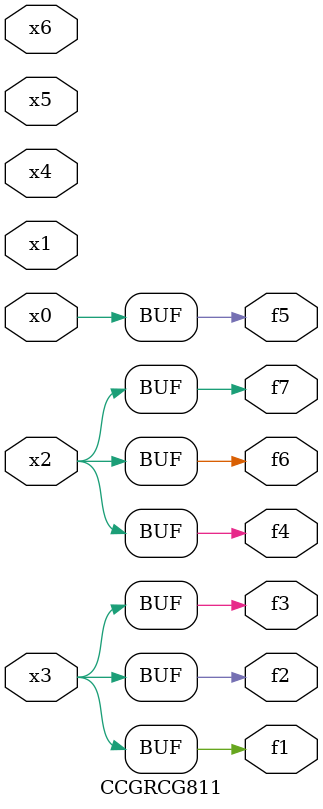
<source format=v>
module CCGRCG811(
	input x0, x1, x2, x3, x4, x5, x6,
	output f1, f2, f3, f4, f5, f6, f7
);
	assign f1 = x3;
	assign f2 = x3;
	assign f3 = x3;
	assign f4 = x2;
	assign f5 = x0;
	assign f6 = x2;
	assign f7 = x2;
endmodule

</source>
